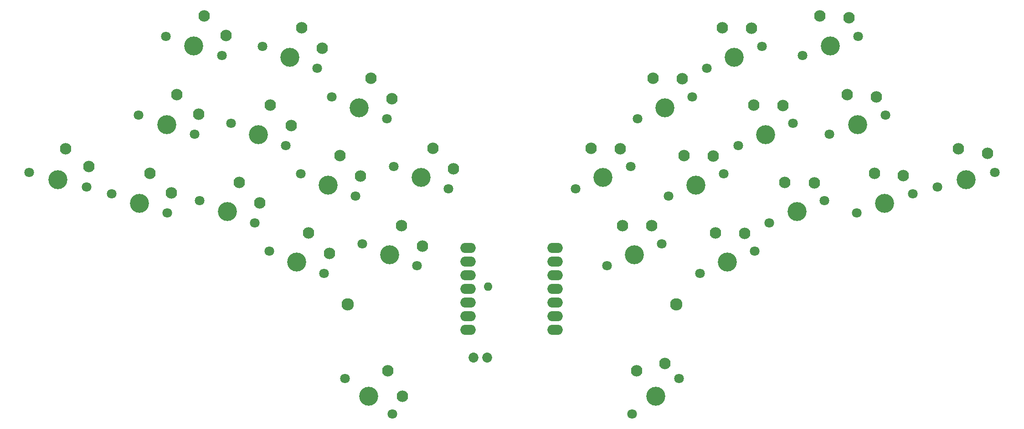
<source format=gbr>
%TF.GenerationSoftware,KiCad,Pcbnew,8.0.5*%
%TF.CreationDate,2024-09-08T16:42:39+10:00*%
%TF.ProjectId,akohekohe_min_choc,616b6f68-656b-46f6-9865-5f6d696e5f63,0.1*%
%TF.SameCoordinates,Original*%
%TF.FileFunction,Soldermask,Bot*%
%TF.FilePolarity,Negative*%
%FSLAX46Y46*%
G04 Gerber Fmt 4.6, Leading zero omitted, Abs format (unit mm)*
G04 Created by KiCad (PCBNEW 8.0.5) date 2024-09-08 16:42:39*
%MOMM*%
%LPD*%
G01*
G04 APERTURE LIST*
%ADD10C,1.801800*%
%ADD11C,2.132000*%
%ADD12C,3.529000*%
%ADD13C,2.300000*%
%ADD14C,1.852600*%
%ADD15O,2.850000X1.900000*%
%ADD16O,1.600000X1.600000*%
G04 APERTURE END LIST*
D10*
%TO.C,S24*%
X172864601Y-107532793D03*
D11*
X175753933Y-100002072D03*
D12*
X177964112Y-105472457D03*
D10*
X183063623Y-103412121D03*
D11*
X181176523Y-100076121D03*
%TD*%
D10*
%TO.C,S14*%
X225073914Y-112085354D03*
D11*
X228353414Y-104716167D03*
D12*
X230274266Y-110294727D03*
D10*
X235474618Y-108504100D03*
D11*
X233764697Y-105073911D03*
%TD*%
D10*
%TO.C,S8*%
X115955007Y-119162757D03*
D11*
X123264697Y-115752708D03*
D12*
X121054518Y-121223093D03*
D10*
X126154029Y-123283429D03*
D11*
X127113944Y-119572823D03*
%TD*%
D10*
%TO.C,S13*%
X240078166Y-107199623D03*
D11*
X243987453Y-100144308D03*
D12*
X245414792Y-105869053D03*
D10*
X250751418Y-104538483D03*
D11*
X249346965Y-100972316D03*
%TD*%
D10*
%TO.C,S19*%
X197252516Y-85141478D03*
D11*
X200141848Y-77610757D03*
D12*
X202352027Y-83081142D03*
D10*
X207451538Y-81020806D03*
D11*
X205564438Y-77684806D03*
%TD*%
D10*
%TO.C,S21*%
X190139162Y-108912064D03*
D11*
X193028494Y-101381343D03*
D12*
X195238673Y-106851728D03*
D10*
X200338184Y-104791392D03*
D11*
X198451084Y-101455392D03*
%TD*%
D10*
%TO.C,S22*%
X184332750Y-94540724D03*
D11*
X187222082Y-87010003D03*
D12*
X189432261Y-92480388D03*
D10*
X194531772Y-90420052D03*
D11*
X192644672Y-87084052D03*
%TD*%
D10*
%TO.C,S12*%
X139035960Y-103412114D03*
D11*
X146345650Y-100002065D03*
D12*
X144135471Y-105472450D03*
D10*
X149234982Y-107532786D03*
D11*
X150194897Y-103822180D03*
%TD*%
D10*
%TO.C,S2*%
X86625021Y-108504106D03*
D11*
X93746214Y-104716176D03*
D12*
X91825362Y-110294736D03*
D10*
X97025703Y-112085366D03*
D11*
X97790115Y-108329602D03*
%TD*%
D10*
%TO.C,S7*%
X114648066Y-81020796D03*
D11*
X121957756Y-77610747D03*
D12*
X119747577Y-83081132D03*
D10*
X124847088Y-85141468D03*
D11*
X125807003Y-81430862D03*
%TD*%
D10*
%TO.C,S26*%
X183318693Y-149457963D03*
D11*
X184160479Y-141436030D03*
D12*
X187711188Y-146147980D03*
D10*
X192103683Y-142837997D03*
D11*
X189417466Y-140104088D03*
%TD*%
D13*
%TO.C,PAD1*%
X130544164Y-129101640D03*
%TD*%
D14*
%TO.C,D9*%
X153862711Y-138952131D03*
X156402711Y-138952131D03*
%TD*%
D10*
%TO.C,S5*%
X103035284Y-109763509D03*
D11*
X110344974Y-106353460D03*
D12*
X108134795Y-111823845D03*
D10*
X113234306Y-113884181D03*
D11*
X114194221Y-110173575D03*
%TD*%
D10*
%TO.C,S17*%
X208865316Y-113884168D03*
D11*
X211754648Y-106353447D03*
D12*
X213964827Y-111823832D03*
D10*
X219064338Y-109763496D03*
D11*
X217177238Y-106427496D03*
%TD*%
D15*
%TO.C,U1*%
X152854238Y-118575740D03*
X152854200Y-121115763D03*
X152854210Y-123655766D03*
X152854220Y-126195734D03*
X152854236Y-128735747D03*
X152854219Y-131275753D03*
X152854199Y-133815733D03*
X169044192Y-133815772D03*
X169044230Y-131275749D03*
X169044220Y-128735746D03*
X169044210Y-126195778D03*
X169044194Y-123655765D03*
X169044211Y-121115759D03*
X169044231Y-118575779D03*
%TD*%
D10*
%TO.C,S16*%
X214981296Y-82774287D03*
D11*
X218260796Y-75405100D03*
D12*
X220181648Y-80983660D03*
D10*
X225382000Y-79193033D03*
D11*
X223672079Y-75762844D03*
%TD*%
D10*
%TO.C,S25*%
X129995928Y-142837994D03*
D11*
X137939132Y-141436027D03*
D12*
X134388423Y-146147977D03*
D10*
X138780918Y-149457960D03*
D11*
X140668490Y-146122235D03*
%TD*%
D10*
%TO.C,S3*%
X91671322Y-93848562D03*
D11*
X98792515Y-90060632D03*
D12*
X96871663Y-95639192D03*
D10*
X102072004Y-97429822D03*
D11*
X102836416Y-93674058D03*
%TD*%
D13*
%TO.C,PAD1*%
X191554931Y-129101663D03*
%TD*%
D10*
%TO.C,S15*%
X220027601Y-97429812D03*
D11*
X223307101Y-90060625D03*
D12*
X225227953Y-95639185D03*
D10*
X230428305Y-93848558D03*
D11*
X228718384Y-90418369D03*
%TD*%
D10*
%TO.C,S20*%
X195945563Y-123283412D03*
D11*
X198834895Y-115752691D03*
D12*
X201045074Y-121223076D03*
D10*
X206144585Y-119162740D03*
D11*
X204257485Y-115826740D03*
%TD*%
D10*
%TO.C,S18*%
X203058927Y-99512833D03*
D11*
X205948259Y-91982112D03*
D12*
X208158438Y-97452497D03*
D10*
X213257949Y-95392161D03*
D11*
X211370849Y-92056161D03*
%TD*%
D10*
%TO.C,S9*%
X121761423Y-104791390D03*
D11*
X129071113Y-101381341D03*
D12*
X126860934Y-106851726D03*
D10*
X131960445Y-108912062D03*
D11*
X132920360Y-105201456D03*
%TD*%
D16*
%TO.C,*%
X156608230Y-125774724D03*
%TD*%
D10*
%TO.C,S6*%
X108841662Y-95392148D03*
D11*
X116151352Y-91982099D03*
D12*
X113941173Y-97452484D03*
D10*
X119040684Y-99512820D03*
D11*
X120000599Y-95802214D03*
%TD*%
D10*
%TO.C,S23*%
X178671000Y-121904136D03*
D11*
X181560332Y-114373415D03*
D12*
X183770511Y-119843800D03*
D10*
X188870022Y-117783464D03*
D11*
X186982922Y-114447464D03*
%TD*%
D10*
%TO.C,S10*%
X127567819Y-90420028D03*
D11*
X134877509Y-87009979D03*
D12*
X132667330Y-92480364D03*
D10*
X137766841Y-94540700D03*
D11*
X138726756Y-90830094D03*
%TD*%
D10*
%TO.C,S1*%
X71348199Y-104538469D03*
D11*
X78112164Y-100144294D03*
D12*
X76684825Y-105869039D03*
D10*
X82021451Y-107199609D03*
D11*
X82455605Y-103391519D03*
%TD*%
D10*
%TO.C,S11*%
X133229575Y-117783481D03*
D11*
X140539265Y-114373432D03*
D12*
X138329086Y-119843817D03*
D10*
X143428597Y-121904153D03*
D11*
X144388512Y-118193547D03*
%TD*%
D10*
%TO.C,S4*%
X96717617Y-79193027D03*
D11*
X103838810Y-75405097D03*
D12*
X101917958Y-80983657D03*
D10*
X107118299Y-82774287D03*
D11*
X107882711Y-79018523D03*
%TD*%
M02*

</source>
